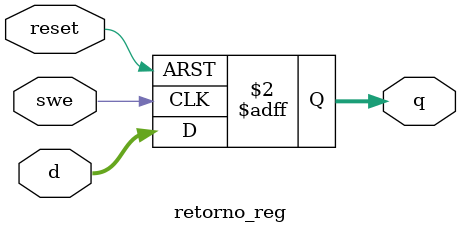
<source format=v>
module retorno_reg #(parameter WIDTH = 10)
              (input  wire             swe, reset,
               input  wire [WIDTH-1:0] d, 
               output reg  [WIDTH-1:0] q);
  always @(posedge swe, posedge reset)
    if (reset) q <= 0;
    else       q <= d;
endmodule
</source>
